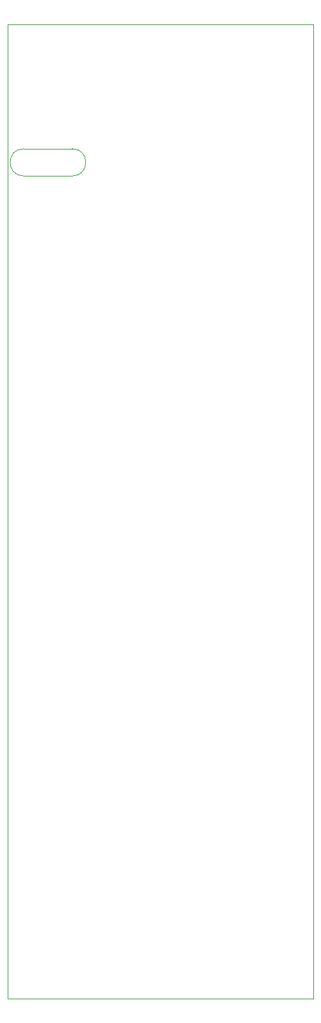
<source format=gbr>
G04 #@! TF.GenerationSoftware,KiCad,Pcbnew,6.0.6+dfsg-1*
G04 #@! TF.CreationDate,2022-08-11T12:18:57+02:00*
G04 #@! TF.ProjectId,demiurge-panel_template,64656d69-7572-4676-952d-70616e656c5f,F*
G04 #@! TF.SameCoordinates,Original*
G04 #@! TF.FileFunction,Profile,NP*
%FSLAX46Y46*%
G04 Gerber Fmt 4.6, Leading zero omitted, Abs format (unit mm)*
G04 Created by KiCad (PCBNEW 6.0.6+dfsg-1) date 2022-08-11 12:18:57*
%MOMM*%
%LPD*%
G01*
G04 APERTURE LIST*
G04 #@! TA.AperFunction,Profile*
%ADD10C,0.050000*%
G04 #@! TD*
G04 APERTURE END LIST*
D10*
X78300000Y-61500000D02*
X84700000Y-61500000D01*
X78300000Y-57900000D02*
X84700000Y-57900000D01*
X84700000Y-61500000D02*
G75*
G03*
X84700000Y-57900000I0J1800000D01*
G01*
X78300000Y-57900000D02*
G75*
G03*
X78300000Y-61500000I0J-1800000D01*
G01*
X76200000Y-170000000D02*
X76200000Y-41500000D01*
X116586000Y-170000000D02*
X76200000Y-170000000D01*
X116586000Y-41500000D02*
X116586000Y-170000000D01*
X76200000Y-41500000D02*
X116586000Y-41500000D01*
M02*

</source>
